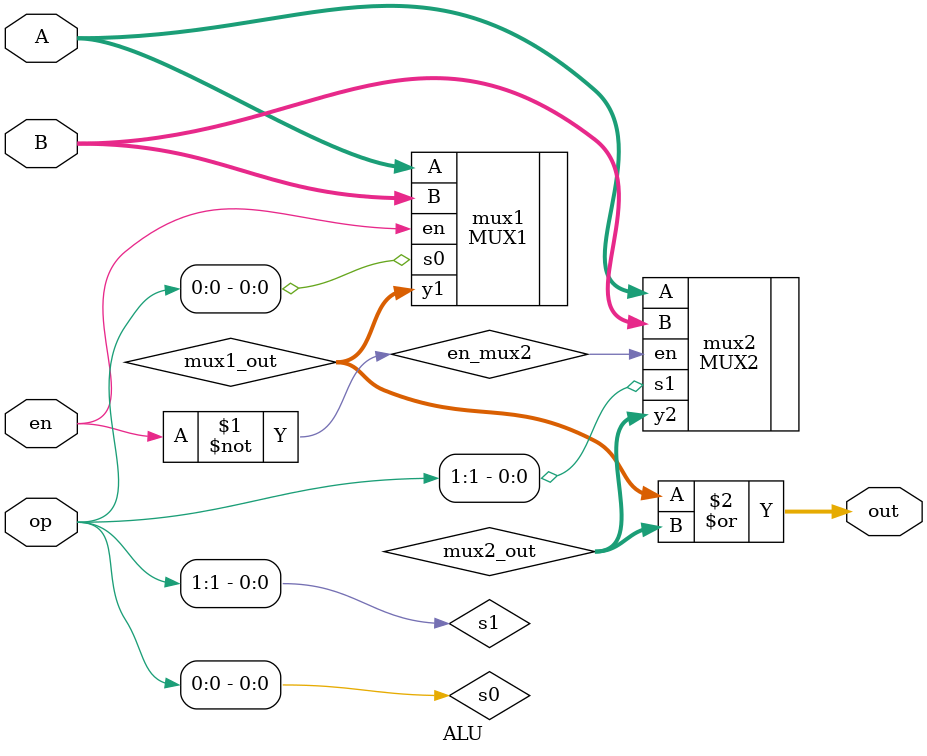
<source format=sv>
module ALU(
    input logic [3:0] A,
    input logic [3:0] B,
    input logic [1:0] op,
    input logic en,
    output logic [3:0] out
);
   
    logic [3:0] mux1_out, mux2_out;
    logic s0, s1;
    logic en_mux2;

    // Select lines for multiplexers
    assign s0 = op[0]; // For MUX1 //sw 12
    assign s1 = op[1]; // For MUX2  //sw 13
    assign en_mux2 = ~en; // Inverting enable for MUX2

    // Instantiate MUX1 for addition and subtraction
    MUX1 mux1(
        .A(A),
        .B(B),
        .s0(s0),
        .en(en),
        .y1(mux1_out)
    );

    // Instantiate MUX2 for shifting and AND
    MUX2 mux2(
        .A(A),
        .B(B),
        .s1(s1),
        .en(en_mux2),
        .y2(mux2_out)
    );

    // Combine outputs with OR
    assign out = mux1_out | mux2_out;

endmodule
</source>
